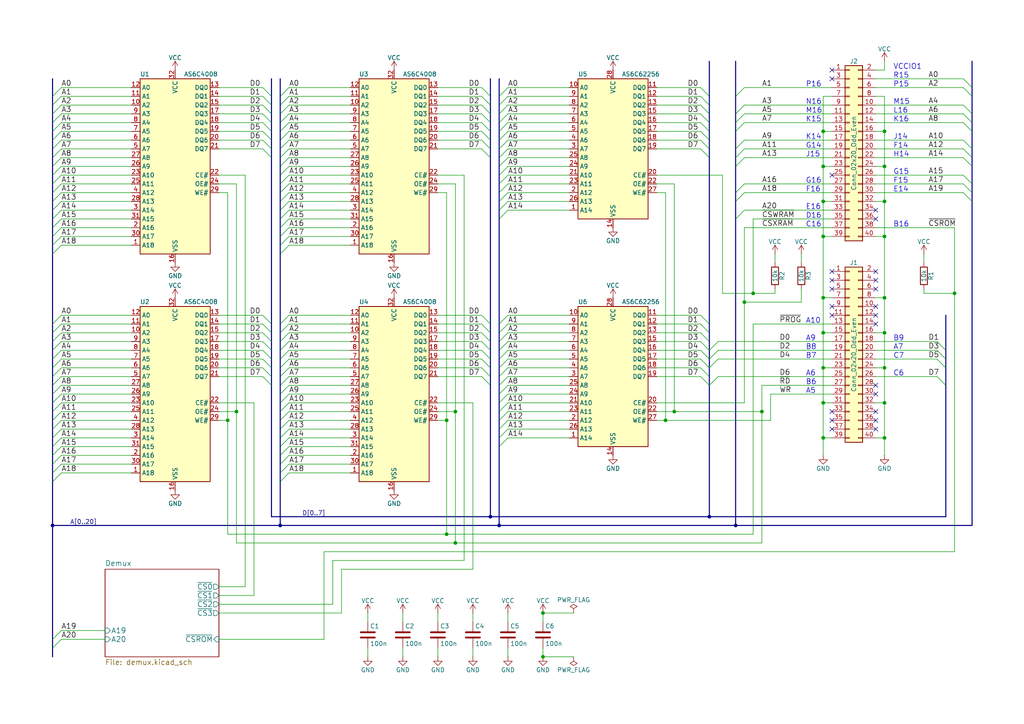
<source format=kicad_sch>
(kicad_sch (version 20231120) (generator "eeschema") (generator_version "8.0")
  (paper "A4")
  (title_block (title "Iceboy HX8K-BRK Memory Module") (date "2024-06-20") (rev "1") (company "Author: Michael Singer") (comment 1 "https://github.com/msinger/iceboy/") (comment 2 "http://iceboy.a-singer.de/"))
  (junction (at 215.9 87.63))
  (junction (at 205.74 149.86))
  (junction (at 129.54 121.92))
  (junction (at 256.54 127))
  (junction (at 193.04 121.92))
  (junction (at 238.76 127))
  (junction (at 213.36 152.4))
  (junction (at 238.76 106.68))
  (junction (at 157.48 177.8))
  (junction (at 256.54 96.52))
  (junction (at 157.48 190.5))
  (junction (at 238.76 86.36))
  (junction (at 68.58 119.38))
  (junction (at 276.86 85.09))
  (junction (at 144.78 152.4))
  (junction (at 256.54 48.26))
  (junction (at 238.76 58.42))
  (junction (at 256.54 58.42))
  (junction (at 256.54 116.84))
  (junction (at 238.76 116.84))
  (junction (at 220.98 119.38))
  (junction (at 195.58 119.38))
  (junction (at 238.76 68.58))
  (junction (at 81.28 152.4))
  (junction (at 66.04 121.92))
  (junction (at 256.54 68.58))
  (junction (at 132.08 157.48))
  (junction (at 142.24 149.86))
  (junction (at 238.76 96.52))
  (junction (at 256.54 38.1))
  (junction (at 256.54 106.68))
  (junction (at 238.76 48.26))
  (junction (at 129.54 154.94))
  (junction (at 218.44 85.09))
  (junction (at 15.24 152.4))
  (junction (at 256.54 86.36))
  (junction (at 238.76 38.1))
  (junction (at 132.08 119.38))
  (no_connect (at 241.3 119.38))
  (no_connect (at 254 119.38))
  (no_connect (at 254 93.98))
  (no_connect (at 241.3 78.74))
  (no_connect (at 254 88.9))
  (no_connect (at 254 114.3))
  (no_connect (at 254 78.74))
  (no_connect (at 241.3 88.9))
  (no_connect (at 241.3 50.8))
  (no_connect (at 254 63.5))
  (no_connect (at 254 111.76))
  (no_connect (at 241.3 124.46))
  (no_connect (at 241.3 91.44))
  (no_connect (at 241.3 81.28))
  (no_connect (at 241.3 83.82))
  (no_connect (at 254 81.28))
  (no_connect (at 241.3 20.32))
  (no_connect (at 254 83.82))
  (no_connect (at 241.3 22.86))
  (no_connect (at 254 60.96))
  (no_connect (at 254 91.44))
  (no_connect (at 254 121.92))
  (no_connect (at 254 124.46))
  (no_connect (at 241.3 121.92))
  (bus_entry (at 139.7 104.14) (size 2.54 2.54))
  (bus_entry (at 213.36 55.88) (size 2.54 -2.54))
  (bus_entry (at 144.78 35.56) (size 2.54 -2.54))
  (bus_entry (at 213.36 48.26) (size 2.54 -2.54))
  (bus_entry (at 144.78 50.8) (size 2.54 -2.54))
  (bus_entry (at 139.7 43.18) (size 2.54 2.54))
  (bus_entry (at 144.78 27.94) (size 2.54 -2.54))
  (bus_entry (at 81.28 139.7) (size 2.54 -2.54))
  (bus_entry (at 144.78 58.42) (size 2.54 -2.54))
  (bus_entry (at 15.24 45.72) (size 2.54 -2.54))
  (bus_entry (at 279.4 35.56) (size 2.54 2.54))
  (bus_entry (at 15.24 60.96) (size 2.54 -2.54))
  (bus_entry (at 81.28 101.6) (size 2.54 -2.54))
  (bus_entry (at 203.2 99.06) (size 2.54 2.54))
  (bus_entry (at 15.24 68.58) (size 2.54 -2.54))
  (bus_entry (at 279.4 43.18) (size 2.54 2.54))
  (bus_entry (at 81.28 119.38) (size 2.54 -2.54))
  (bus_entry (at 15.24 104.14) (size 2.54 -2.54))
  (bus_entry (at 144.78 93.98) (size 2.54 -2.54))
  (bus_entry (at 213.36 33.02) (size 2.54 -2.54))
  (bus_entry (at 81.28 129.54) (size 2.54 -2.54))
  (bus_entry (at 15.24 33.02) (size 2.54 -2.54))
  (bus_entry (at 144.78 124.46) (size 2.54 -2.54))
  (bus_entry (at 144.78 33.02) (size 2.54 -2.54))
  (bus_entry (at 15.24 124.46) (size 2.54 -2.54))
  (bus_entry (at 81.28 35.56) (size 2.54 -2.54))
  (bus_entry (at 15.24 187.96) (size 2.54 -2.54))
  (bus_entry (at 81.28 48.26) (size 2.54 -2.54))
  (bus_entry (at 271.78 101.6) (size 2.54 2.54))
  (bus_entry (at 271.78 109.22) (size 2.54 2.54))
  (bus_entry (at 203.2 38.1) (size 2.54 2.54))
  (bus_entry (at 139.7 106.68) (size 2.54 2.54))
  (bus_entry (at 76.2 33.02) (size 2.54 2.54))
  (bus_entry (at 15.24 114.3) (size 2.54 -2.54))
  (bus_entry (at 81.28 116.84) (size 2.54 -2.54))
  (bus_entry (at 203.2 104.14) (size 2.54 2.54))
  (bus_entry (at 81.28 45.72) (size 2.54 -2.54))
  (bus_entry (at 144.78 48.26) (size 2.54 -2.54))
  (bus_entry (at 203.2 93.98) (size 2.54 2.54))
  (bus_entry (at 81.28 106.68) (size 2.54 -2.54))
  (bus_entry (at 213.36 35.56) (size 2.54 -2.54))
  (bus_entry (at 15.24 132.08) (size 2.54 -2.54))
  (bus_entry (at 81.28 60.96) (size 2.54 -2.54))
  (bus_entry (at 279.4 40.64) (size 2.54 2.54))
  (bus_entry (at 76.2 43.18) (size 2.54 2.54))
  (bus_entry (at 76.2 40.64) (size 2.54 2.54))
  (bus_entry (at 81.28 30.48) (size 2.54 -2.54))
  (bus_entry (at 15.24 58.42) (size 2.54 -2.54))
  (bus_entry (at 144.78 55.88) (size 2.54 -2.54))
  (bus_entry (at 15.24 121.92) (size 2.54 -2.54))
  (bus_entry (at 15.24 35.56) (size 2.54 -2.54))
  (bus_entry (at 76.2 93.98) (size 2.54 2.54))
  (bus_entry (at 15.24 30.48) (size 2.54 -2.54))
  (bus_entry (at 15.24 40.64) (size 2.54 -2.54))
  (bus_entry (at 144.78 38.1) (size 2.54 -2.54))
  (bus_entry (at 144.78 101.6) (size 2.54 -2.54))
  (bus_entry (at 81.28 93.98) (size 2.54 -2.54))
  (bus_entry (at 213.36 38.1) (size 2.54 -2.54))
  (bus_entry (at 81.28 50.8) (size 2.54 -2.54))
  (bus_entry (at 15.24 96.52) (size 2.54 -2.54))
  (bus_entry (at 279.4 30.48) (size 2.54 2.54))
  (bus_entry (at 76.2 99.06) (size 2.54 2.54))
  (bus_entry (at 205.74 111.76) (size 2.54 -2.54))
  (bus_entry (at 144.78 129.54) (size 2.54 -2.54))
  (bus_entry (at 144.78 104.14) (size 2.54 -2.54))
  (bus_entry (at 15.24 111.76) (size 2.54 -2.54))
  (bus_entry (at 203.2 25.4) (size 2.54 2.54))
  (bus_entry (at 81.28 121.92) (size 2.54 -2.54))
  (bus_entry (at 81.28 38.1) (size 2.54 -2.54))
  (bus_entry (at 81.28 114.3) (size 2.54 -2.54))
  (bus_entry (at 15.24 101.6) (size 2.54 -2.54))
  (bus_entry (at 15.24 116.84) (size 2.54 -2.54))
  (bus_entry (at 15.24 129.54) (size 2.54 -2.54))
  (bus_entry (at 139.7 40.64) (size 2.54 2.54))
  (bus_entry (at 15.24 93.98) (size 2.54 -2.54))
  (bus_entry (at 81.28 63.5) (size 2.54 -2.54))
  (bus_entry (at 279.4 53.34) (size 2.54 2.54))
  (bus_entry (at 81.28 132.08) (size 2.54 -2.54))
  (bus_entry (at 76.2 38.1) (size 2.54 2.54))
  (bus_entry (at 203.2 33.02) (size 2.54 2.54))
  (bus_entry (at 81.28 40.64) (size 2.54 -2.54))
  (bus_entry (at 81.28 127) (size 2.54 -2.54))
  (bus_entry (at 203.2 101.6) (size 2.54 2.54))
  (bus_entry (at 205.74 104.14) (size 2.54 -2.54))
  (bus_entry (at 139.7 33.02) (size 2.54 2.54))
  (bus_entry (at 15.24 43.18) (size 2.54 -2.54))
  (bus_entry (at 144.78 96.52) (size 2.54 -2.54))
  (bus_entry (at 144.78 99.06) (size 2.54 -2.54))
  (bus_entry (at 76.2 106.68) (size 2.54 2.54))
  (bus_entry (at 213.36 63.5) (size 2.54 -2.54))
  (bus_entry (at 15.24 109.22) (size 2.54 -2.54))
  (bus_entry (at 279.4 55.88) (size 2.54 2.54))
  (bus_entry (at 15.24 48.26) (size 2.54 -2.54))
  (bus_entry (at 213.36 27.94) (size 2.54 -2.54))
  (bus_entry (at 203.2 35.56) (size 2.54 2.54))
  (bus_entry (at 15.24 50.8) (size 2.54 -2.54))
  (bus_entry (at 213.36 45.72) (size 2.54 -2.54))
  (bus_entry (at 205.74 101.6) (size 2.54 -2.54))
  (bus_entry (at 139.7 101.6) (size 2.54 2.54))
  (bus_entry (at 81.28 27.94) (size 2.54 -2.54))
  (bus_entry (at 81.28 124.46) (size 2.54 -2.54))
  (bus_entry (at 213.36 43.18) (size 2.54 -2.54))
  (bus_entry (at 139.7 38.1) (size 2.54 2.54))
  (bus_entry (at 144.78 121.92) (size 2.54 -2.54))
  (bus_entry (at 76.2 35.56) (size 2.54 2.54))
  (bus_entry (at 139.7 35.56) (size 2.54 2.54))
  (bus_entry (at 205.74 106.68) (size 2.54 -2.54))
  (bus_entry (at 76.2 104.14) (size 2.54 2.54))
  (bus_entry (at 139.7 109.22) (size 2.54 2.54))
  (bus_entry (at 81.28 33.02) (size 2.54 -2.54))
  (bus_entry (at 15.24 185.42) (size 2.54 -2.54))
  (bus_entry (at 203.2 106.68) (size 2.54 2.54))
  (bus_entry (at 15.24 134.62) (size 2.54 -2.54))
  (bus_entry (at 15.24 99.06) (size 2.54 -2.54))
  (bus_entry (at 144.78 111.76) (size 2.54 -2.54))
  (bus_entry (at 81.28 53.34) (size 2.54 -2.54))
  (bus_entry (at 15.24 27.94) (size 2.54 -2.54))
  (bus_entry (at 144.78 40.64) (size 2.54 -2.54))
  (bus_entry (at 144.78 45.72) (size 2.54 -2.54))
  (bus_entry (at 81.28 58.42) (size 2.54 -2.54))
  (bus_entry (at 139.7 30.48) (size 2.54 2.54))
  (bus_entry (at 144.78 106.68) (size 2.54 -2.54))
  (bus_entry (at 139.7 99.06) (size 2.54 2.54))
  (bus_entry (at 76.2 109.22) (size 2.54 2.54))
  (bus_entry (at 76.2 91.44) (size 2.54 2.54))
  (bus_entry (at 139.7 91.44) (size 2.54 2.54))
  (bus_entry (at 81.28 71.12) (size 2.54 -2.54))
  (bus_entry (at 15.24 73.66) (size 2.54 -2.54))
  (bus_entry (at 81.28 73.66) (size 2.54 -2.54))
  (bus_entry (at 279.4 50.8) (size 2.54 2.54))
  (bus_entry (at 203.2 40.64) (size 2.54 2.54))
  (bus_entry (at 144.78 114.3) (size 2.54 -2.54))
  (bus_entry (at 144.78 116.84) (size 2.54 -2.54))
  (bus_entry (at 15.24 137.16) (size 2.54 -2.54))
  (bus_entry (at 15.24 127) (size 2.54 -2.54))
  (bus_entry (at 144.78 127) (size 2.54 -2.54))
  (bus_entry (at 76.2 30.48) (size 2.54 2.54))
  (bus_entry (at 81.28 66.04) (size 2.54 -2.54))
  (bus_entry (at 81.28 96.52) (size 2.54 -2.54))
  (bus_entry (at 76.2 25.4) (size 2.54 2.54))
  (bus_entry (at 81.28 99.06) (size 2.54 -2.54))
  (bus_entry (at 81.28 55.88) (size 2.54 -2.54))
  (bus_entry (at 15.24 53.34) (size 2.54 -2.54))
  (bus_entry (at 213.36 58.42) (size 2.54 -2.54))
  (bus_entry (at 203.2 91.44) (size 2.54 2.54))
  (bus_entry (at 203.2 30.48) (size 2.54 2.54))
  (bus_entry (at 15.24 38.1) (size 2.54 -2.54))
  (bus_entry (at 15.24 106.68) (size 2.54 -2.54))
  (bus_entry (at 81.28 111.76) (size 2.54 -2.54))
  (bus_entry (at 279.4 33.02) (size 2.54 2.54))
  (bus_entry (at 144.78 119.38) (size 2.54 -2.54))
  (bus_entry (at 279.4 25.4) (size 2.54 2.54))
  (bus_entry (at 15.24 139.7) (size 2.54 -2.54))
  (bus_entry (at 203.2 43.18) (size 2.54 2.54))
  (bus_entry (at 139.7 25.4) (size 2.54 2.54))
  (bus_entry (at 15.24 66.04) (size 2.54 -2.54))
  (bus_entry (at 81.28 104.14) (size 2.54 -2.54))
  (bus_entry (at 81.28 134.62) (size 2.54 -2.54))
  (bus_entry (at 15.24 119.38) (size 2.54 -2.54))
  (bus_entry (at 81.28 68.58) (size 2.54 -2.54))
  (bus_entry (at 144.78 30.48) (size 2.54 -2.54))
  (bus_entry (at 203.2 96.52) (size 2.54 2.54))
  (bus_entry (at 203.2 109.22) (size 2.54 2.54))
  (bus_entry (at 203.2 27.94) (size 2.54 2.54))
  (bus_entry (at 144.78 53.34) (size 2.54 -2.54))
  (bus_entry (at 271.78 104.14) (size 2.54 2.54))
  (bus_entry (at 81.28 137.16) (size 2.54 -2.54))
  (bus_entry (at 15.24 63.5) (size 2.54 -2.54))
  (bus_entry (at 139.7 93.98) (size 2.54 2.54))
  (bus_entry (at 139.7 96.52) (size 2.54 2.54))
  (bus_entry (at 144.78 63.5) (size 2.54 -2.54))
  (bus_entry (at 139.7 27.94) (size 2.54 2.54))
  (bus_entry (at 279.4 22.86) (size 2.54 2.54))
  (bus_entry (at 81.28 109.22) (size 2.54 -2.54))
  (bus_entry (at 81.28 43.18) (size 2.54 -2.54))
  (bus_entry (at 76.2 27.94) (size 2.54 2.54))
  (bus_entry (at 144.78 60.96) (size 2.54 -2.54))
  (bus_entry (at 15.24 55.88) (size 2.54 -2.54))
  (bus_entry (at 15.24 71.12) (size 2.54 -2.54))
  (bus_entry (at 76.2 101.6) (size 2.54 2.54))
  (bus_entry (at 271.78 99.06) (size 2.54 2.54))
  (bus_entry (at 144.78 43.18) (size 2.54 -2.54))
  (bus_entry (at 279.4 45.72) (size 2.54 2.54))
  (bus_entry (at 76.2 96.52) (size 2.54 2.54))
  (bus_entry (at 144.78 109.22) (size 2.54 -2.54))
  (bus (pts (xy 15.24 35.56) (xy 15.24 38.1)))
  (bus (pts (xy 142.24 93.98) (xy 142.24 45.72)))
  (wire (pts (xy 215.9 40.64) (xy 241.3 40.64)))
  (wire (pts (xy 190.5 25.4) (xy 203.2 25.4)))
  (wire (pts (xy 83.82 119.38) (xy 101.6 119.38)))
  (wire (pts (xy 147.32 93.98) (xy 165.1 93.98)))
  (bus (pts (xy 81.28 106.68) (xy 81.28 109.22)))
  (wire (pts (xy 127 109.22) (xy 139.7 109.22)))
  (wire (pts (xy 147.32 43.18) (xy 165.1 43.18)))
  (wire (pts (xy 232.41 83.82) (xy 232.41 87.63)))
  (bus (pts (xy 15.24 48.26) (xy 15.24 50.8)))
  (bus (pts (xy 142.24 38.1) (xy 142.24 35.56)))
  (bus (pts (xy 205.74 104.14) (xy 205.74 101.6)))
  (wire (pts (xy 147.32 114.3) (xy 165.1 114.3)))
  (wire (pts (xy 147.32 50.8) (xy 165.1 50.8)))
  (wire (pts (xy 256.54 106.68) (xy 256.54 116.84)))
  (wire (pts (xy 17.78 53.34) (xy 38.1 53.34)))
  (wire (pts (xy 63.5 106.68) (xy 76.2 106.68)))
  (wire (pts (xy 147.32 35.56) (xy 165.1 35.56)))
  (bus (pts (xy 81.28 33.02) (xy 81.28 35.56)))
  (wire (pts (xy 190.5 33.02) (xy 203.2 33.02)))
  (wire (pts (xy 147.32 40.64) (xy 165.1 40.64)))
  (wire (pts (xy 63.5 27.94) (xy 76.2 27.94)))
  (wire (pts (xy 190.5 109.22) (xy 203.2 109.22)))
  (wire (pts (xy 232.41 87.63) (xy 215.9 87.63)))
  (bus (pts (xy 15.24 96.52) (xy 15.24 99.06)))
  (bus (pts (xy 144.78 119.38) (xy 144.78 121.92)))
  (bus (pts (xy 15.24 93.98) (xy 15.24 96.52)))
  (bus (pts (xy 15.24 73.66) (xy 15.24 93.98)))
  (bus (pts (xy 78.74 109.22) (xy 78.74 111.76)))
  (bus (pts (xy 15.24 185.42) (xy 15.24 187.96)))
  (bus (pts (xy 15.24 106.68) (xy 15.24 109.22)))
  (wire (pts (xy 215.9 87.63) (xy 215.9 66.04)))
  (wire (pts (xy 17.78 40.64) (xy 38.1 40.64)))
  (bus (pts (xy 81.28 22.86) (xy 81.28 27.94)))
  (wire (pts (xy 147.32 101.6) (xy 165.1 101.6)))
  (bus (pts (xy 81.28 134.62) (xy 81.28 137.16)))
  (bus (pts (xy 15.24 60.96) (xy 15.24 63.5)))
  (wire (pts (xy 254 109.22) (xy 271.78 109.22)))
  (bus (pts (xy 142.24 33.02) (xy 142.24 30.48)))
  (wire (pts (xy 215.9 30.48) (xy 241.3 30.48)))
  (wire (pts (xy 254 22.86) (xy 279.4 22.86)))
  (wire (pts (xy 17.78 91.44) (xy 38.1 91.44)))
  (bus (pts (xy 213.36 17.78) (xy 213.36 27.94)))
  (wire (pts (xy 276.86 85.09) (xy 276.86 66.04)))
  (wire (pts (xy 147.32 96.52) (xy 165.1 96.52)))
  (wire (pts (xy 63.5 119.38) (xy 68.58 119.38)))
  (wire (pts (xy 99.06 177.8) (xy 99.06 165.1)))
  (wire (pts (xy 190.5 53.34) (xy 195.58 53.34)))
  (bus (pts (xy 78.74 101.6) (xy 78.74 104.14)))
  (bus (pts (xy 81.28 66.04) (xy 81.28 68.58)))
  (wire (pts (xy 147.32 60.96) (xy 165.1 60.96)))
  (bus (pts (xy 205.74 43.18) (xy 205.74 40.64)))
  (wire (pts (xy 254 25.4) (xy 279.4 25.4)))
  (wire (pts (xy 63.5 91.44) (xy 76.2 91.44)))
  (wire (pts (xy 66.04 55.88) (xy 66.04 121.92)))
  (wire (pts (xy 190.5 30.48) (xy 203.2 30.48)))
  (bus (pts (xy 144.78 48.26) (xy 144.78 50.8)))
  (wire (pts (xy 73.66 172.72) (xy 73.66 116.84)))
  (wire (pts (xy 83.82 109.22) (xy 101.6 109.22)))
  (wire (pts (xy 83.82 91.44) (xy 101.6 91.44)))
  (wire (pts (xy 17.78 63.5) (xy 38.1 63.5)))
  (bus (pts (xy 15.24 116.84) (xy 15.24 119.38)))
  (wire (pts (xy 63.5 35.56) (xy 76.2 35.56)))
  (wire (pts (xy 241.3 101.6) (xy 208.28 101.6)))
  (wire (pts (xy 83.82 48.26) (xy 101.6 48.26)))
  (wire (pts (xy 190.5 50.8) (xy 209.55 50.8)))
  (wire (pts (xy 17.78 48.26) (xy 38.1 48.26)))
  (wire (pts (xy 66.04 154.94) (xy 66.04 121.92)))
  (wire (pts (xy 157.48 190.5) (xy 166.37 190.5)))
  (wire (pts (xy 256.54 20.32) (xy 256.54 17.78)))
  (wire (pts (xy 127 50.8) (xy 134.62 50.8)))
  (wire (pts (xy 17.78 25.4) (xy 38.1 25.4)))
  (wire (pts (xy 147.32 124.46) (xy 165.1 124.46)))
  (wire (pts (xy 254 43.18) (xy 279.4 43.18)))
  (bus (pts (xy 78.74 104.14) (xy 78.74 106.68)))
  (bus (pts (xy 205.74 111.76) (xy 205.74 109.22)))
  (bus (pts (xy 81.28 124.46) (xy 81.28 127)))
  (wire (pts (xy 83.82 60.96) (xy 101.6 60.96)))
  (wire (pts (xy 218.44 93.98) (xy 241.3 93.98)))
  (wire (pts (xy 238.76 68.58) (xy 238.76 86.36)))
  (wire (pts (xy 83.82 53.34) (xy 101.6 53.34)))
  (wire (pts (xy 254 45.72) (xy 279.4 45.72)))
  (wire (pts (xy 254 35.56) (xy 279.4 35.56)))
  (bus (pts (xy 81.28 121.92) (xy 81.28 124.46)))
  (bus (pts (xy 205.74 27.94) (xy 205.74 17.78)))
  (wire (pts (xy 256.54 58.42) (xy 256.54 68.58)))
  (bus (pts (xy 142.24 35.56) (xy 142.24 33.02)))
  (wire (pts (xy 147.32 38.1) (xy 165.1 38.1)))
  (bus (pts (xy 144.78 43.18) (xy 144.78 45.72)))
  (wire (pts (xy 254 38.1) (xy 256.54 38.1)))
  (wire (pts (xy 215.9 116.84) (xy 215.9 87.63)))
  (wire (pts (xy 147.32 99.06) (xy 165.1 99.06)))
  (wire (pts (xy 147.32 109.22) (xy 165.1 109.22)))
  (wire (pts (xy 83.82 33.02) (xy 101.6 33.02)))
  (wire (pts (xy 254 48.26) (xy 256.54 48.26)))
  (wire (pts (xy 132.08 119.38) (xy 127 119.38)))
  (wire (pts (xy 254 68.58) (xy 256.54 68.58)))
  (bus (pts (xy 144.78 109.22) (xy 144.78 111.76)))
  (bus (pts (xy 15.24 22.86) (xy 15.24 27.94)))
  (wire (pts (xy 238.76 48.26) (xy 238.76 58.42)))
  (bus (pts (xy 144.78 33.02) (xy 144.78 35.56)))
  (wire (pts (xy 63.5 43.18) (xy 76.2 43.18)))
  (wire (pts (xy 256.54 86.36) (xy 256.54 96.52)))
  (wire (pts (xy 256.54 27.94) (xy 256.54 38.1)))
  (wire (pts (xy 215.9 53.34) (xy 241.3 53.34)))
  (wire (pts (xy 129.54 121.92) (xy 129.54 154.94)))
  (bus (pts (xy 205.74 149.86) (xy 205.74 111.76)))
  (wire (pts (xy 71.12 50.8) (xy 63.5 50.8)))
  (bus (pts (xy 213.36 33.02) (xy 213.36 35.56)))
  (bus (pts (xy 144.78 27.94) (xy 144.78 30.48)))
  (wire (pts (xy 63.5 96.52) (xy 76.2 96.52)))
  (wire (pts (xy 190.5 27.94) (xy 203.2 27.94)))
  (wire (pts (xy 68.58 53.34) (xy 63.5 53.34)))
  (wire (pts (xy 83.82 111.76) (xy 101.6 111.76)))
  (wire (pts (xy 215.9 60.96) (xy 241.3 60.96)))
  (wire (pts (xy 238.76 127) (xy 241.3 127)))
  (bus (pts (xy 78.74 111.76) (xy 78.74 149.86)))
  (bus (pts (xy 81.28 63.5) (xy 81.28 66.04)))
  (wire (pts (xy 238.76 58.42) (xy 241.3 58.42)))
  (wire (pts (xy 276.86 66.04) (xy 254 66.04)))
  (wire (pts (xy 129.54 121.92) (xy 127 121.92)))
  (wire (pts (xy 71.12 170.18) (xy 71.12 50.8)))
  (bus (pts (xy 205.74 38.1) (xy 205.74 35.56)))
  (wire (pts (xy 238.76 68.58) (xy 241.3 68.58)))
  (bus (pts (xy 213.36 63.5) (xy 213.36 152.4)))
  (bus (pts (xy 281.94 48.26) (xy 281.94 45.72)))
  (bus (pts (xy 281.94 27.94) (xy 281.94 25.4)))
  (wire (pts (xy 127 104.14) (xy 139.7 104.14)))
  (wire (pts (xy 83.82 114.3) (xy 101.6 114.3)))
  (bus (pts (xy 15.24 139.7) (xy 15.24 152.4)))
  (wire (pts (xy 83.82 66.04) (xy 101.6 66.04)))
  (wire (pts (xy 238.76 48.26) (xy 241.3 48.26)))
  (wire (pts (xy 147.32 104.14) (xy 165.1 104.14)))
  (wire (pts (xy 127 96.52) (xy 139.7 96.52)))
  (bus (pts (xy 281.94 45.72) (xy 281.94 43.18)))
  (wire (pts (xy 267.97 85.09) (xy 276.86 85.09)))
  (wire (pts (xy 127 177.8) (xy 127 180.34)))
  (wire (pts (xy 17.78 106.68) (xy 38.1 106.68)))
  (wire (pts (xy 147.32 33.02) (xy 165.1 33.02)))
  (wire (pts (xy 190.5 91.44) (xy 203.2 91.44)))
  (bus (pts (xy 81.28 127) (xy 81.28 129.54)))
  (bus (pts (xy 81.28 53.34) (xy 81.28 55.88)))
  (wire (pts (xy 147.32 111.76) (xy 165.1 111.76)))
  (wire (pts (xy 238.76 116.84) (xy 241.3 116.84)))
  (wire (pts (xy 238.76 38.1) (xy 238.76 48.26)))
  (bus (pts (xy 15.24 38.1) (xy 15.24 40.64)))
  (bus (pts (xy 81.28 132.08) (xy 81.28 134.62)))
  (wire (pts (xy 190.5 104.14) (xy 203.2 104.14)))
  (wire (pts (xy 267.97 85.09) (xy 267.97 83.82)))
  (bus (pts (xy 281.94 25.4) (xy 281.94 17.78)))
  (wire (pts (xy 147.32 53.34) (xy 165.1 53.34)))
  (wire (pts (xy 17.78 111.76) (xy 38.1 111.76)))
  (bus (pts (xy 78.74 22.86) (xy 78.74 27.94)))
  (bus (pts (xy 144.78 104.14) (xy 144.78 106.68)))
  (wire (pts (xy 96.52 162.56) (xy 96.52 175.26)))
  (bus (pts (xy 144.78 55.88) (xy 144.78 58.42)))
  (wire (pts (xy 193.04 55.88) (xy 193.04 121.92)))
  (wire (pts (xy 83.82 137.16) (xy 101.6 137.16)))
  (wire (pts (xy 190.5 121.92) (xy 193.04 121.92)))
  (wire (pts (xy 83.82 63.5) (xy 101.6 63.5)))
  (wire (pts (xy 157.48 180.34) (xy 157.48 177.8)))
  (wire (pts (xy 17.78 129.54) (xy 38.1 129.54)))
  (bus (pts (xy 15.24 104.14) (xy 15.24 106.68)))
  (wire (pts (xy 127 55.88) (xy 129.54 55.88)))
  (bus (pts (xy 213.36 45.72) (xy 213.36 48.26)))
  (bus (pts (xy 205.74 40.64) (xy 205.74 38.1)))
  (wire (pts (xy 83.82 116.84) (xy 101.6 116.84)))
  (wire (pts (xy 83.82 121.92) (xy 101.6 121.92)))
  (wire (pts (xy 147.32 45.72) (xy 165.1 45.72)))
  (wire (pts (xy 254 30.48) (xy 279.4 30.48)))
  (bus (pts (xy 144.78 129.54) (xy 144.78 152.4)))
  (wire (pts (xy 83.82 55.88) (xy 101.6 55.88)))
  (bus (pts (xy 144.78 50.8) (xy 144.78 53.34)))
  (wire (pts (xy 132.08 119.38) (xy 132.08 157.48)))
  (wire (pts (xy 17.78 35.56) (xy 38.1 35.56)))
  (bus (pts (xy 81.28 104.14) (xy 81.28 106.68)))
  (wire (pts (xy 63.5 25.4) (xy 76.2 25.4)))
  (wire (pts (xy 83.82 93.98) (xy 101.6 93.98)))
  (wire (pts (xy 83.82 99.06) (xy 101.6 99.06)))
  (wire (pts (xy 63.5 177.8) (xy 99.06 177.8)))
  (wire (pts (xy 17.78 93.98) (xy 38.1 93.98)))
  (bus (pts (xy 205.74 33.02) (xy 205.74 30.48)))
  (bus (pts (xy 144.78 38.1) (xy 144.78 40.64)))
  (wire (pts (xy 137.16 116.84) (xy 137.16 165.1)))
  (wire (pts (xy 83.82 101.6) (xy 101.6 101.6)))
  (bus (pts (xy 81.28 101.6) (xy 81.28 104.14)))
  (bus (pts (xy 213.36 152.4) (xy 281.94 152.4)))
  (bus (pts (xy 15.24 132.08) (xy 15.24 134.62)))
  (wire (pts (xy 147.32 55.88) (xy 165.1 55.88)))
  (bus (pts (xy 213.36 48.26) (xy 213.36 55.88)))
  (wire (pts (xy 17.78 68.58) (xy 38.1 68.58)))
  (bus (pts (xy 78.74 45.72) (xy 78.74 93.98)))
  (bus (pts (xy 205.74 109.22) (xy 205.74 106.68)))
  (wire (pts (xy 17.78 50.8) (xy 38.1 50.8)))
  (wire (pts (xy 256.54 38.1) (xy 256.54 48.26)))
  (wire (pts (xy 83.82 124.46) (xy 101.6 124.46)))
  (bus (pts (xy 78.74 27.94) (xy 78.74 30.48)))
  (wire (pts (xy 224.79 83.82) (xy 224.79 85.09)))
  (wire (pts (xy 238.76 106.68) (xy 241.3 106.68)))
  (bus (pts (xy 15.24 129.54) (xy 15.24 132.08)))
  (wire (pts (xy 127 43.18) (xy 139.7 43.18)))
  (wire (pts (xy 220.98 119.38) (xy 220.98 111.76)))
  (bus (pts (xy 15.24 53.34) (xy 15.24 55.88)))
  (bus (pts (xy 15.24 55.88) (xy 15.24 58.42)))
  (wire (pts (xy 215.9 43.18) (xy 241.3 43.18)))
  (bus (pts (xy 15.24 114.3) (xy 15.24 116.84)))
  (wire (pts (xy 238.76 127) (xy 238.76 132.08)))
  (bus (pts (xy 15.24 101.6) (xy 15.24 104.14)))
  (wire (pts (xy 267.97 73.66) (xy 267.97 76.2)))
  (wire (pts (xy 241.3 104.14) (xy 208.28 104.14)))
  (wire (pts (xy 63.5 33.02) (xy 76.2 33.02)))
  (wire (pts (xy 238.76 116.84) (xy 238.76 127)))
  (wire (pts (xy 17.78 182.88) (xy 30.48 182.88)))
  (wire (pts (xy 129.54 55.88) (xy 129.54 121.92)))
  (wire (pts (xy 195.58 53.34) (xy 195.58 119.38)))
  (bus (pts (xy 81.28 114.3) (xy 81.28 116.84)))
  (bus (pts (xy 142.24 27.94) (xy 142.24 22.86)))
  (wire (pts (xy 190.5 55.88) (xy 193.04 55.88)))
  (wire (pts (xy 127 27.94) (xy 139.7 27.94)))
  (wire (pts (xy 254 40.64) (xy 279.4 40.64)))
  (wire (pts (xy 254 106.68) (xy 256.54 106.68)))
  (bus (pts (xy 78.74 99.06) (xy 78.74 101.6)))
  (wire (pts (xy 132.08 53.34) (xy 132.08 119.38)))
  (bus (pts (xy 205.74 106.68) (xy 205.74 104.14)))
  (wire (pts (xy 254 33.02) (xy 279.4 33.02)))
  (wire (pts (xy 254 116.84) (xy 256.54 116.84)))
  (wire (pts (xy 147.32 58.42) (xy 165.1 58.42)))
  (bus (pts (xy 81.28 116.84) (xy 81.28 119.38)))
  (wire (pts (xy 17.78 38.1) (xy 38.1 38.1)))
  (wire (pts (xy 190.5 106.68) (xy 203.2 106.68)))
  (wire (pts (xy 17.78 121.92) (xy 38.1 121.92)))
  (wire (pts (xy 83.82 35.56) (xy 101.6 35.56)))
  (wire (pts (xy 254 96.52) (xy 256.54 96.52)))
  (bus (pts (xy 15.24 111.76) (xy 15.24 114.3)))
  (bus (pts (xy 144.78 121.92) (xy 144.78 124.46)))
  (bus (pts (xy 15.24 121.92) (xy 15.24 124.46)))
  (bus (pts (xy 281.94 35.56) (xy 281.94 33.02)))
  (wire (pts (xy 190.5 38.1) (xy 203.2 38.1)))
  (wire (pts (xy 63.5 55.88) (xy 66.04 55.88)))
  (bus (pts (xy 144.78 40.64) (xy 144.78 43.18)))
  (wire (pts (xy 17.78 55.88) (xy 38.1 55.88)))
  (bus (pts (xy 274.32 111.76) (xy 274.32 106.68)))
  (wire (pts (xy 93.98 160.02) (xy 276.86 160.02)))
  (wire (pts (xy 127 30.48) (xy 139.7 30.48)))
  (wire (pts (xy 147.32 190.5) (xy 147.32 187.96)))
  (wire (pts (xy 17.78 132.08) (xy 38.1 132.08)))
  (wire (pts (xy 147.32 121.92) (xy 165.1 121.92)))
  (bus (pts (xy 81.28 43.18) (xy 81.28 45.72)))
  (bus (pts (xy 78.74 149.86) (xy 142.24 149.86)))
  (bus (pts (xy 81.28 45.72) (xy 81.28 48.26)))
  (wire (pts (xy 147.32 119.38) (xy 165.1 119.38)))
  (wire (pts (xy 190.5 119.38) (xy 195.58 119.38)))
  (wire (pts (xy 254 55.88) (xy 279.4 55.88)))
  (wire (pts (xy 17.78 71.12) (xy 38.1 71.12)))
  (wire (pts (xy 63.5 99.06) (xy 76.2 99.06)))
  (wire (pts (xy 238.76 58.42) (xy 238.76 68.58)))
  (bus (pts (xy 281.94 55.88) (xy 281.94 53.34)))
  (wire (pts (xy 215.9 55.88) (xy 241.3 55.88)))
  (wire (pts (xy 147.32 177.8) (xy 147.32 180.34)))
  (bus (pts (xy 15.24 43.18) (xy 15.24 45.72)))
  (bus (pts (xy 15.24 134.62) (xy 15.24 137.16)))
  (wire (pts (xy 63.5 93.98) (xy 76.2 93.98)))
  (bus (pts (xy 205.74 99.06) (xy 205.74 96.52)))
  (wire (pts (xy 223.52 121.92) (xy 223.52 114.3)))
  (wire (pts (xy 106.68 177.8) (xy 106.68 180.34)))
  (wire (pts (xy 17.78 124.46) (xy 38.1 124.46)))
  (wire (pts (xy 238.76 27.94) (xy 238.76 38.1)))
  (bus (pts (xy 144.78 60.96) (xy 144.78 63.5)))
  (bus (pts (xy 274.32 106.68) (xy 274.32 104.14)))
  (wire (pts (xy 215.9 35.56) (xy 241.3 35.56)))
  (bus (pts (xy 15.24 66.04) (xy 15.24 68.58)))
  (bus (pts (xy 213.36 58.42) (xy 213.36 63.5)))
  (wire (pts (xy 276.86 85.09) (xy 276.86 160.02)))
  (wire (pts (xy 254 53.34) (xy 279.4 53.34)))
  (bus (pts (xy 144.78 106.68) (xy 144.78 109.22)))
  (bus (pts (xy 142.24 43.18) (xy 142.24 40.64)))
  (bus (pts (xy 78.74 35.56) (xy 78.74 38.1)))
  (wire (pts (xy 223.52 114.3) (xy 241.3 114.3)))
  (bus (pts (xy 142.24 45.72) (xy 142.24 43.18)))
  (bus (pts (xy 15.24 109.22) (xy 15.24 111.76)))
  (bus (pts (xy 15.24 137.16) (xy 15.24 139.7)))
  (wire (pts (xy 17.78 101.6) (xy 38.1 101.6)))
  (bus (pts (xy 81.28 30.48) (xy 81.28 33.02)))
  (wire (pts (xy 224.79 76.2) (xy 224.79 73.66)))
  (wire (pts (xy 241.3 99.06) (xy 208.28 99.06)))
  (wire (pts (xy 256.54 96.52) (xy 256.54 106.68)))
  (bus (pts (xy 81.28 152.4) (xy 144.78 152.4)))
  (bus (pts (xy 144.78 22.86) (xy 144.78 27.94)))
  (bus (pts (xy 81.28 111.76) (xy 81.28 114.3)))
  (bus (pts (xy 78.74 38.1) (xy 78.74 40.64)))
  (wire (pts (xy 254 20.32) (xy 256.54 20.32)))
  (wire (pts (xy 83.82 132.08) (xy 101.6 132.08)))
  (bus (pts (xy 78.74 43.18) (xy 78.74 45.72)))
  (bus (pts (xy 142.24 111.76) (xy 142.24 109.22)))
  (wire (pts (xy 215.9 45.72) (xy 241.3 45.72)))
  (wire (pts (xy 220.98 111.76) (xy 241.3 111.76)))
  (wire (pts (xy 190.5 40.64) (xy 203.2 40.64)))
  (wire (pts (xy 17.78 60.96) (xy 38.1 60.96)))
  (wire (pts (xy 190.5 116.84) (xy 215.9 116.84)))
  (wire (pts (xy 241.3 109.22) (xy 208.28 109.22)))
  (bus (pts (xy 81.28 40.64) (xy 81.28 43.18)))
  (wire (pts (xy 17.78 58.42) (xy 38.1 58.42)))
  (wire (pts (xy 238.76 106.68) (xy 238.76 116.84)))
  (wire (pts (xy 83.82 38.1) (xy 101.6 38.1)))
  (bus (pts (xy 81.28 137.16) (xy 81.28 139.7)))
  (wire (pts (xy 241.3 96.52) (xy 238.76 96.52)))
  (wire (pts (xy 254 127) (xy 256.54 127)))
  (wire (pts (xy 254 86.36) (xy 256.54 86.36)))
  (bus (pts (xy 281.94 43.18) (xy 281.94 38.1)))
  (bus (pts (xy 78.74 33.02) (xy 78.74 35.56)))
  (bus (pts (xy 15.24 127) (xy 15.24 129.54)))
  (wire (pts (xy 218.44 63.5) (xy 241.3 63.5)))
  (bus (pts (xy 15.24 99.06) (xy 15.24 101.6)))
  (bus (pts (xy 15.24 63.5) (xy 15.24 66.04)))
  (wire (pts (xy 218.44 63.5) (xy 218.44 85.09)))
  (wire (pts (xy 127 53.34) (xy 132.08 53.34)))
  (wire (pts (xy 83.82 134.62) (xy 101.6 134.62)))
  (wire (pts (xy 106.68 190.5) (xy 106.68 187.96)))
  (bus (pts (xy 144.78 152.4) (xy 213.36 152.4)))
  (bus (pts (xy 144.78 63.5) (xy 144.78 93.98)))
  (bus (pts (xy 81.28 139.7) (xy 81.28 152.4)))
  (wire (pts (xy 218.44 154.94) (xy 218.44 93.98)))
  (bus (pts (xy 81.28 50.8) (xy 81.28 53.34)))
  (wire (pts (xy 83.82 30.48) (xy 101.6 30.48)))
  (wire (pts (xy 256.54 68.58) (xy 256.54 86.36)))
  (bus (pts (xy 81.28 129.54) (xy 81.28 132.08)))
  (bus (pts (xy 81.28 71.12) (xy 81.28 73.66)))
  (wire (pts (xy 147.32 91.44) (xy 165.1 91.44)))
  (wire (pts (xy 17.78 43.18) (xy 38.1 43.18)))
  (wire (pts (xy 83.82 58.42) (xy 101.6 58.42)))
  (wire (pts (xy 17.78 99.06) (xy 38.1 99.06)))
  (bus (pts (xy 142.24 96.52) (xy 142.24 93.98)))
  (bus (pts (xy 144.78 53.34) (xy 144.78 55.88)))
  (wire (pts (xy 215.9 66.04) (xy 241.3 66.04)))
  (bus (pts (xy 81.28 119.38) (xy 81.28 121.92)))
  (bus (pts (xy 15.24 50.8) (xy 15.24 53.34)))
  (wire (pts (xy 17.78 119.38) (xy 38.1 119.38)))
  (bus (pts (xy 281.94 58.42) (xy 281.94 55.88)))
  (bus (pts (xy 213.36 38.1) (xy 213.36 43.18)))
  (bus (pts (xy 15.24 33.02) (xy 15.24 35.56)))
  (wire (pts (xy 99.06 165.1) (xy 137.16 165.1)))
  (wire (pts (xy 190.5 96.52) (xy 203.2 96.52)))
  (bus (pts (xy 144.78 101.6) (xy 144.78 104.14)))
  (bus (pts (xy 78.74 106.68) (xy 78.74 109.22)))
  (wire (pts (xy 17.78 127) (xy 38.1 127)))
  (wire (pts (xy 17.78 45.72) (xy 38.1 45.72)))
  (bus (pts (xy 81.28 58.42) (xy 81.28 60.96)))
  (wire (pts (xy 134.62 50.8) (xy 134.62 162.56)))
  (bus (pts (xy 144.78 127) (xy 144.78 129.54)))
  (wire (pts (xy 190.5 93.98) (xy 203.2 93.98)))
  (wire (pts (xy 63.5 185.42) (xy 93.98 185.42)))
  (wire (pts (xy 83.82 27.94) (xy 101.6 27.94)))
  (wire (pts (xy 83.82 43.18) (xy 101.6 43.18)))
  (bus (pts (xy 281.94 53.34) (xy 281.94 48.26)))
  (bus (pts (xy 144.78 124.46) (xy 144.78 127)))
  (wire (pts (xy 256.54 48.26) (xy 256.54 58.42)))
  (wire (pts (xy 63.5 109.22) (xy 76.2 109.22)))
  (wire (pts (xy 190.5 43.18) (xy 203.2 43.18)))
  (wire (pts (xy 127 25.4) (xy 139.7 25.4)))
  (bus (pts (xy 144.78 45.72) (xy 144.78 48.26)))
  (bus (pts (xy 15.24 45.72) (xy 15.24 48.26)))
  (wire (pts (xy 83.82 106.68) (xy 101.6 106.68)))
  (wire (pts (xy 127 116.84) (xy 137.16 116.84)))
  (wire (pts (xy 127 91.44) (xy 139.7 91.44)))
  (wire (pts (xy 238.76 38.1) (xy 241.3 38.1)))
  (wire (pts (xy 93.98 160.02) (xy 93.98 185.42)))
  (wire (pts (xy 193.04 121.92) (xy 223.52 121.92)))
  (wire (pts (xy 63.5 170.18) (xy 71.12 170.18)))
  (wire (pts (xy 96.52 175.26) (xy 63.5 175.26)))
  (wire (pts (xy 83.82 127) (xy 101.6 127)))
  (bus (pts (xy 274.32 149.86) (xy 274.32 111.76)))
  (wire (pts (xy 63.5 172.72) (xy 73.66 172.72)))
  (bus (pts (xy 144.78 114.3) (xy 144.78 116.84)))
  (bus (pts (xy 81.28 96.52) (xy 81.28 99.06)))
  (bus (pts (xy 15.24 71.12) (xy 15.24 73.66)))
  (wire (pts (xy 157.48 187.96) (xy 157.48 190.5)))
  (wire (pts (xy 147.32 48.26) (xy 165.1 48.26)))
  (bus (pts (xy 142.24 104.14) (xy 142.24 101.6)))
  (wire (pts (xy 17.78 109.22) (xy 38.1 109.22)))
  (wire (pts (xy 83.82 40.64) (xy 101.6 40.64)))
  (wire (pts (xy 209.55 50.8) (xy 209.55 85.09)))
  (bus (pts (xy 142.24 101.6) (xy 142.24 99.06)))
  (bus (pts (xy 81.28 93.98) (xy 81.28 96.52)))
  (bus (pts (xy 15.24 119.38) (xy 15.24 121.92)))
  (wire (pts (xy 17.78 27.94) (xy 38.1 27.94)))
  (wire (pts (xy 83.82 71.12) (xy 101.6 71.12)))
  (wire (pts (xy 116.84 187.96) (xy 116.84 190.5)))
  (wire (pts (xy 147.32 116.84) (xy 165.1 116.84)))
  (wire (pts (xy 157.48 177.8) (xy 166.37 177.8)))
  (bus (pts (xy 81.28 109.22) (xy 81.28 111.76)))
  (wire (pts (xy 147.32 30.48) (xy 165.1 30.48)))
  (bus (pts (xy 205.74 96.52) (xy 205.74 93.98)))
  (bus (pts (xy 142.24 99.06) (xy 142.24 96.52)))
  (wire (pts (xy 256.54 127) (xy 256.54 132.08)))
  (bus (pts (xy 213.36 35.56) (xy 213.36 38.1)))
  (wire (pts (xy 127 101.6) (xy 139.7 101.6)))
  (bus (pts (xy 81.28 48.26) (xy 81.28 50.8)))
  (wire (pts (xy 83.82 68.58) (xy 101.6 68.58)))
  (bus (pts (xy 142.24 40.64) (xy 142.24 38.1)))
  (bus (pts (xy 281.94 33.02) (xy 281.94 27.94)))
  (bus (pts (xy 144.78 35.56) (xy 144.78 38.1)))
  (wire (pts (xy 129.54 154.94) (xy 218.44 154.94)))
  (bus (pts (xy 81.28 55.88) (xy 81.28 58.42)))
  (bus (pts (xy 205.74 35.56) (xy 205.74 33.02)))
  (bus (pts (xy 281.94 38.1) (xy 281.94 35.56)))
  (wire (pts (xy 83.82 45.72) (xy 101.6 45.72)))
  (wire (pts (xy 220.98 157.48) (xy 220.98 119.38)))
  (bus (pts (xy 281.94 152.4) (xy 281.94 58.42)))
  (bus (pts (xy 205.74 45.72) (xy 205.74 43.18)))
  (wire (pts (xy 238.76 96.52) (xy 238.76 106.68)))
  (wire (pts (xy 17.78 33.02) (xy 38.1 33.02)))
  (wire (pts (xy 127 93.98) (xy 139.7 93.98)))
  (wire (pts (xy 209.55 85.09) (xy 218.44 85.09)))
  (wire (pts (xy 68.58 157.48) (xy 132.08 157.48)))
  (wire (pts (xy 17.78 137.16) (xy 38.1 137.16)))
  (bus (pts (xy 142.24 106.68) (xy 142.24 104.14)))
  (wire (pts (xy 17.78 134.62) (xy 38.1 134.62)))
  (wire (pts (xy 190.5 99.06) (xy 203.2 99.06)))
  (bus (pts (xy 81.28 73.66) (xy 81.28 93.98)))
  (bus (pts (xy 81.28 60.96) (xy 81.28 63.5)))
  (wire (pts (xy 116.84 180.34) (xy 116.84 177.8)))
  (wire (pts (xy 17.78 185.42) (xy 30.48 185.42)))
  (wire (pts (xy 127 99.06) (xy 139.7 99.06)))
  (wire (pts (xy 63.5 40.64) (xy 76.2 40.64)))
  (bus (pts (xy 81.28 38.1) (xy 81.28 40.64)))
  (wire (pts (xy 238.76 86.36) (xy 238.76 96.52)))
  (wire (pts (xy 83.82 25.4) (xy 101.6 25.4)))
  (bus (pts (xy 78.74 40.64) (xy 78.74 43.18)))
  (wire (pts (xy 66.04 121.92) (xy 63.5 121.92)))
  (wire (pts (xy 254 99.06) (xy 271.78 99.06)))
  (wire (pts (xy 17.78 116.84) (xy 38.1 116.84)))
  (wire (pts (xy 241.3 27.94) (xy 238.76 27.94)))
  (bus (pts (xy 81.28 27.94) (xy 81.28 30.48)))
  (wire (pts (xy 232.41 76.2) (xy 232.41 73.66)))
  (wire (pts (xy 17.78 104.14) (xy 38.1 104.14)))
  (bus (pts (xy 15.24 58.42) (xy 15.24 60.96)))
  (wire (pts (xy 68.58 119.38) (xy 68.58 53.34)))
  (bus (pts (xy 213.36 55.88) (xy 213.36 58.42)))
  (wire (pts (xy 137.16 180.34) (xy 137.16 177.8)))
  (wire (pts (xy 254 101.6) (xy 271.78 101.6)))
  (wire (pts (xy 73.66 116.84) (xy 63.5 116.84)))
  (bus (pts (xy 78.74 96.52) (xy 78.74 99.06)))
  (wire (pts (xy 137.16 187.96) (xy 137.16 190.5)))
  (wire (pts (xy 190.5 35.56) (xy 203.2 35.56)))
  (bus (pts (xy 142.24 149.86) (xy 205.74 149.86)))
  (wire (pts (xy 195.58 119.38) (xy 220.98 119.38)))
  (bus (pts (xy 274.32 101.6) (xy 274.32 91.44)))
  (bus (pts (xy 205.74 149.86) (xy 274.32 149.86)))
  (bus (pts (xy 15.24 40.64) (xy 15.24 43.18)))
  (bus (pts (xy 15.24 152.4) (xy 81.28 152.4)))
  (bus (pts (xy 274.32 104.14) (xy 274.32 101.6)))
  (bus (pts (xy 144.78 30.48) (xy 144.78 33.02)))
  (bus (pts (xy 78.74 93.98) (xy 78.74 96.52)))
  (wire (pts (xy 147.32 25.4) (xy 165.1 25.4)))
  (bus (pts (xy 81.28 35.56) (xy 81.28 38.1)))
  (wire (pts (xy 17.78 30.48) (xy 38.1 30.48)))
  (wire (pts (xy 96.52 162.56) (xy 134.62 162.56)))
  (wire (pts (xy 215.9 33.02) (xy 241.3 33.02)))
  (bus (pts (xy 78.74 30.48) (xy 78.74 33.02)))
  (bus (pts (xy 144.78 58.42) (xy 144.78 60.96)))
  (wire (pts (xy 224.79 85.09) (xy 218.44 85.09)))
  (bus (pts (xy 81.28 68.58) (xy 81.28 71.12)))
  (wire (pts (xy 66.04 154.94) (xy 129.54 154.94)))
  (wire (pts (xy 17.78 66.04) (xy 38.1 66.04)))
  (bus (pts (xy 15.24 27.94) (xy 15.24 30.48)))
  (bus (pts (xy 15.24 124.46) (xy 15.24 127)))
  (bus (pts (xy 144.78 93.98) (xy 144.78 96.52)))
  (bus (pts (xy 142.24 149.86) (xy 142.24 111.76)))
  (wire (pts (xy 147.32 27.94) (xy 165.1 27.94)))
  (bus (pts (xy 142.24 109.22) (xy 142.24 106.68)))
  (wire (pts (xy 83.82 96.52) (xy 101.6 96.52)))
  (wire (pts (xy 147.32 106.68) (xy 165.1 106.68)))
  (bus (pts (xy 15.24 68.58) (xy 15.24 71.12)))
  (wire (pts (xy 238.76 86.36) (xy 241.3 86.36)))
  (wire (pts (xy 68.58 119.38) (xy 68.58 157.48)))
  (wire (pts (xy 127 40.64) (xy 139.7 40.64)))
  (wire (pts (xy 63.5 30.48) (xy 76.2 30.48)))
  (bus (pts (xy 15.24 30.48) (xy 15.24 33.02)))
  (wire (pts (xy 254 58.42) (xy 256.54 58.42)))
  (wire (pts (xy 132.08 157.48) (xy 220.98 157.48)))
  (wire (pts (xy 127 38.1) (xy 139.7 38.1)))
  (bus (pts (xy 15.24 152.4) (xy 15.24 185.42)))
  (wire (pts (xy 83.82 50.8) (xy 101.6 50.8)))
  (wire (pts (xy 256.54 116.84) (xy 256.54 127)))
  (wire (pts (xy 63.5 104.14) (xy 76.2 104.14)))
  (wire (pts (xy 83.82 129.54) (xy 101.6 129.54)))
  (bus (pts (xy 144.78 111.76) (xy 144.78 114.3)))
  (bus (pts (xy 144.78 116.84) (xy 144.78 119.38)))
  (wire (pts (xy 254 27.94) (xy 256.54 27.94)))
  (wire (pts (xy 254 50.8) (xy 279.4 50.8)))
  (wire (pts (xy 63.5 38.1) (xy 76.2 38.1)))
  (wire (pts (xy 127 33.02) (xy 139.7 33.02)))
  (wire (pts (xy 147.32 127) (xy 165.1 127)))
  (wire (pts (xy 241.3 25.4) (xy 215.9 25.4)))
  (bus (pts (xy 81.28 99.06) (xy 81.28 101.6)))
  (wire (pts (xy 254 104.14) (xy 271.78 104.14)))
  (wire (pts (xy 17.78 114.3) (xy 38.1 114.3)))
  (bus (pts (xy 205.74 30.48) (xy 205.74 27.94)))
  (bus (pts (xy 144.78 96.52) (xy 144.78 99.06)))
  (wire (pts (xy 190.5 101.6) (xy 203.2 101.6)))
  (bus (pts (xy 213.36 43.18) (xy 213.36 45.72)))
  (bus (pts (xy 205.74 101.6) (xy 205.74 99.06)))
  (bus (pts (xy 142.24 30.48) (xy 142.24 27.94)))
  (wire (pts (xy 127 190.5) (xy 127 187.96)))
  (bus (pts (xy 213.36 27.94) (xy 213.36 33.02)))
  (wire (pts (xy 127 35.56) (xy 139.7 35.56)))
  (wire (pts (xy 127 106.68) (xy 139.7 106.68)))
  (wire (pts (xy 63.5 101.6) (xy 76.2 101.6)))
  (wire (pts (xy 17.78 96.52) (xy 38.1 96.52)))
  (bus (pts (xy 205.74 93.98) (xy 205.74 45.72)))
  (bus (pts (xy 15.24 187.96) (xy 15.24 190.5)))
  (bus (pts (xy 144.78 99.06) (xy 144.78 101.6)))
  (wire (pts (xy 83.82 104.14) (xy 101.6 104.14)))
  (text "E16" (at 233.68 60.96 0) (effects (font (size 1.524 1.524)) (justify left bottom)))
  (text "P16" (at 233.68 25.4 0) (effects (font (size 1.524 1.524)) (justify left bottom)))
  (text "VCCIO1" (at 259.08 20.32 0) (effects (font (size 1.524 1.524)) (justify left bottom)))
  (text "A5" (at 233.68 114.3 0) (effects (font (size 1.524 1.524)) (justify left bottom)))
  (text "M15" (at 259.08 30.48 0) (effects (font (size 1.524 1.524)) (justify left bottom)))
  (text "L16" (at 259.08 33.02 0) (effects (font (size 1.524 1.524)) (justify left bottom)))
  (text "N16" (at 233.68 30.48 0) (effects (font (size 1.524 1.524)) (justify left bottom)))
  (text "C16" (at 233.68 66.04 0) (effects (font (size 1.524 1.524)) (justify left bottom)))
  (text "A7" (at 259.08 101.6 0) (effects (font (size 1.524 1.524)) (justify left bottom)))
  (text "G16" (at 233.68 53.34 0) (effects (font (size 1.524 1.524)) (justify left bottom)))
  (text "F16" (at 233.68 55.88 0) (effects (font (size 1.524 1.524)) (justify left bottom)))
  (text "B8" (at 233.68 101.6 0) (effects (font (size 1.524 1.524)) (justify left bottom)))
  (text "K16" (at 259.08 35.56 0) (effects (font (size 1.524 1.524)) (justify left bottom)))
  (text "F15" (at 259.08 53.34 0) (effects (font (size 1.524 1.524)) (justify left bottom)))
  (text "G14" (at 233.68 43.18 0) (effects (font (size 1.524 1.524)) (justify left bottom)))
  (text "A10" (at 233.68 93.98 0) (effects (font (size 1.524 1.524)) (justify left bottom)))
  (text "A9" (at 233.68 99.06 0) (effects (font (size 1.524 1.524)) (justify left bottom)))
  (text "K15" (at 233.68 35.56 0) (effects (font (size 1.524 1.524)) (justify left bottom)))
  (text "D16" (at 233.68 63.5 0) (effects (font (size 1.524 1.524)) (justify left bottom)))
  (text "B6" (at 233.68 111.76 0) (effects (font (size 1.524 1.524)) (justify left bottom)))
  (text "F14" (at 259.08 43.18 0) (effects (font (size 1.524 1.524)) (justify left bottom)))
  (text "A6" (at 233.68 109.22 0) (effects (font (size 1.524 1.524)) (justify left bottom)))
  (text "C6" (at 259.08 109.22 0) (effects (font (size 1.524 1.524)) (justify left bottom)))
  (text "J15" (at 233.68 45.72 0) (effects (font (size 1.524 1.524)) (justify left bottom)))
  (text "G15" (at 259.08 50.8 0) (effects (font (size 1.524 1.524)) (justify left bottom)))
  (text "J14" (at 259.08 40.64 0) (effects (font (size 1.524 1.524)) (justify left bottom)))
  (text "E14" (at 259.08 55.88 0) (effects (font (size 1.524 1.524)) (justify left bottom)))
  (text "C7" (at 259.08 104.14 0) (effects (font (size 1.524 1.524)) (justify left bottom)))
  (text "B16" (at 259.08 66.04 0) (effects (font (size 1.524 1.524)) (justify left bottom)))
  (text "B7" (at 233.68 104.14 0) (effects (font (size 1.524 1.524)) (justify left bottom)))
  (text "R15" (at 259.08 22.86 0) (effects (font (size 1.524 1.524)) (justify left bottom)))
  (text "K14" (at 233.68 40.64 0) (effects (font (size 1.524 1.524)) (justify left bottom)))
  (text "M16" (at 233.68 33.02 0) (effects (font (size 1.524 1.524)) (justify left bottom)))
  (text "H14" (at 259.08 45.72 0) (effects (font (size 1.524 1.524)) (justify left bottom)))
  (text "B9" (at 259.08 99.06 0) (effects (font (size 1.524 1.524)) (justify left bottom)))
  (text "P15" (at 259.08 25.4 0) (effects (font (size 1.524 1.524)) (justify left bottom)))
  (label "D0" (at 199.39 91.44 0) (effects (font (size 1.524 1.524))))
  (label "A8" (at 269.24 35.56 0) (effects (font (size 1.524 1.524))))
  (label "A16" (at 83.82 66.04 0) (effects (font (size 1.524 1.524))))
  (label "D[0..7]" (at 87.63 149.86 0))
  (label "D6" (at 199.39 106.68 0) (effects (font (size 1.524 1.524))))
  (label "D4" (at 226.06 104.14 0) (effects (font (size 1.524 1.524))))
  (label "A8" (at 17.78 111.76 0) (effects (font (size 1.524 1.524))))
  (label "A2" (at 17.78 96.52 0) (effects (font (size 1.524 1.524))))
  (label "A19" (at 269.24 55.88 0) (effects (font (size 1.524 1.524))))
  (label "A11" (at 147.32 119.38 0) (effects (font (size 1.524 1.524))))
  (label "~{WR}" (at 226.06 114.3 0) (effects (font (size 1.524 1.524))))
  (label "D2" (at 72.39 30.48 0) (effects (font (size 1.524 1.524))))
  (label "D1" (at 269.24 99.06 0) (effects (font (size 1.524 1.524))))
  (label "A3" (at 147.32 99.06 0) (effects (font (size 1.524 1.524))))
  (label "A14" (at 269.24 45.72 0) (effects (font (size 1.524 1.524))))
  (label "D5" (at 135.89 38.1 0) (effects (font (size 1.524 1.524))))
  (label "A13" (at 147.32 124.46 0) (effects (font (size 1.524 1.524))))
  (label "A2" (at 147.32 30.48 0) (effects (font (size 1.524 1.524))))
  (label "D6" (at 72.39 106.68 0) (effects (font (size 1.524 1.524))))
  (label "D5" (at 72.39 104.14 0) (effects (font (size 1.524 1.524))))
  (label "A15" (at 269.24 50.8 0) (effects (font (size 1.524 1.524))))
  (label "A20" (at 220.98 60.96 0) (effects (font (size 1.524 1.524))))
  (label "A7" (at 17.78 43.18 0) (effects (font (size 1.524 1.524))))
  (label "A16" (at 220.98 53.34 0) (effects (font (size 1.524 1.524))))
  (label "A9" (at 17.78 48.26 0) (effects (font (size 1.524 1.524))))
  (label "A4" (at 147.32 101.6 0) (effects (font (size 1.524 1.524))))
  (label "A0" (at 17.78 25.4 0) (effects (font (size 1.524 1.524))))
  (label "A13" (at 83.82 124.46 0) (effects (font (size 1.524 1.524))))
  (label "D5" (at 135.89 104.14 0) (effects (font (size 1.524 1.524))))
  (label "A17" (at 17.78 134.62 0) (effects (font (size 1.524 1.524))))
  (label "A14" (at 17.78 60.96 0) (effects (font (size 1.524 1.524))))
  (label "D2" (at 135.89 30.48 0) (effects (font (size 1.524 1.524))))
  (label "A2" (at 269.24 25.4 0) (effects (font (size 1.524 1.524))))
  (label "A2" (at 147.32 96.52 0) (effects (font (size 1.524 1.524))))
  (label "D4" (at 72.39 35.56 0) (effects (font (size 1.524 1.524))))
  (label "D3" (at 199.39 99.06 0) (effects (font (size 1.524 1.524))))
  (label "A14" (at 147.32 60.96 0) (effects (font (size 1.524 1.524))))
  (label "A10" (at 147.32 116.84 0) (effects (font (size 1.524 1.524))))
  (label "D4" (at 199.39 101.6 0) (effects (font (size 1.524 1.524))))
  (label "A13" (at 147.32 58.42 0) (effects (font (size 1.524 1.524))))
  (label "A5" (at 147.32 104.14 0) (effects (font (size 1.524 1.524))))
  (label "A9" (at 83.82 48.26 0) (effects (font (size 1.524 1.524))))
  (label "A18" (at 220.98 55.88 0) (effects (font (size 1.524 1.524))))
  (label "A11" (at 83.82 119.38 0) (effects (font (size 1.524 1.524))))
  (label "A18" (at 17.78 71.12 0) (effects (font (size 1.524 1.524))))
  (label "D7" (at 199.39 109.22 0) (effects (font (size 1.524 1.524))))
  (label "A0" (at 147.32 25.4 0) (effects (font (size 1.524 1.524))))
  (label "A0" (at 83.82 25.4 0) (effects (font (size 1.524 1.524))))
  (label "A6" (at 147.32 106.68 0) (effects (font (size 1.524 1.524))))
  (label "A5" (at 83.82 38.1 0) (effects (font (size 1.524 1.524))))
  (label "A10" (at 17.78 50.8 0) (effects (font (size 1.524 1.524))))
  (label "A2" (at 17.78 30.48 0) (effects (font (size 1.524 1.524))))
  (label "A6" (at 17.78 40.64 0) (effects (font (size 1.524 1.524))))
  (label "D3" (at 135.89 99.06 0) (effects (font (size 1.524 1.524))))
  (label "A5" (at 17.78 104.14 0) (effects (font (size 1.524 1.524))))
  (label "A7" (at 17.78 109.22 0) (effects (font (size 1.524 1.524))))
  (label "A1" (at 17.78 93.98 0) (effects (font (size 1.524 1.524))))
  (label "A7" (at 147.32 43.18 0) (effects (font (size 1.524 1.524))))
  (label "D5" (at 199.39 104.14 0) (effects (font (size 1.524 1.524))))
  (label "D0" (at 135.89 91.44 0) (effects (font (size 1.524 1.524))))
  (label "D7" (at 72.39 109.22 0) (effects (font (size 1.524 1.524))))
  (label "A9" (at 17.78 114.3 0) (effects (font (size 1.524 1.524))))
  (label "A16" (at 17.78 66.04 0) (effects (font (size 1.524 1.524))))
  (label "A3" (at 83.82 33.02 0) (effects (font (size 1.524 1.524))))
  (label "D7" (at 135.89 109.22 0) (effects (font (size 1.524 1.524))))
  (label "A1" (at 147.32 93.98 0) (effects (font (size 1.524 1.524))))
  (label "A15" (at 83.82 129.54 0) (effects (font (size 1.524 1.524))))
  (label "D7" (at 72.39 43.18 0) (effects (font (size 1.524 1.524))))
  (label "D3" (at 135.89 33.02 0) (effects (font (size 1.524 1.524))))
  (label "~{RD}" (at 226.06 111.76 0) (effects (font (size 1.524 1.524))))
  (label "D7" (at 199.39 43.18 0) (effects (font (size 1.524 1.524))))
  (label "A9" (at 83.82 114.3 0) (effects (font (size 1.524 1.524))))
  (label "A3" (at 220.98 30.48 0) (effects (font (size 1.524 1.524))))
  (label "A20" (at 17.78 185.42 0) (effects (font (size 1.524 1.524))))
  (label "A7" (at 147.32 109.22 0) (effects (font (size 1.524 1.524))))
  (label "D2" (at 72.39 96.52 0) (effects (font (size 1.524 1.524))))
  (label "A11" (at 17.78 119.38 0) (effects (font (size 1.524 1.524))))
  (label "A4" (at 269.24 30.48 0) (effects (font (size 1.524 1.524))))
  (label "A6" (at 17.78 106.68 0) (effects (font (size 1.524 1.524))))
  (label "A17" (at 83.82 68.58 0) (effects (font (size 1.524 1.524))))
  (label "A7" (at 83.82 109.22 0) (effects (font (size 1.524 1.524))))
  (label "A1" (at 147.32 27.94 0) (effects (font (size 1.524 1.524))))
  (label "A7" (at 220.98 35.56 0) (effects (font (size 1.524 1.524))))
  (label "A11" (at 147.32 53.34 0) (effects (font (size 1.524 1.524))))
  (label "A3" (at 83.82 99.06 0) (effects (font (size 1.524 1.524))))
  (label "A13" (at 83.82 58.42 0) (effects (font (size 1.524 1.524))))
  (label "A3" (at 147.32 33.02 0) (effects (font (size 1.524 1.524))))
  (label "D2" (at 226.06 101.6 0) (effects (font (size 1.524 1.524))))
  (label "A3" (at 17.78 99.06 0) (effects (font (size 1.524 1.524))))
  (label "~{CSXRAM}" (at 220.98 66.04 0) (effects (font (size 1.524 1.524))))
  (label "A10" (at 83.82 50.8 0) (effects (font (size 1.524 1.524))))
  (label "A9" (at 147.32 114.3 0) (effects (font (size 1.524 1.524))))
  (label "A6" (at 83.82 106.68 0) (effects (font (size 1.524 1.524))))
  (label "A15" (at 17.78 129.54 0) (effects (font (size 1.524 1.524))))
  (label "D5" (at 269.24 104.14 0) (effects (font (size 1.524 1.524))))
  (label "A14" (at 17.78 127 0) (effects (font (size 1.524 1.524))))
  (label "A18" (at 17.78 137.16 0) (effects (font (size 1.524 1.524))))
  (label "A0" (at 147.32 91.44 0) (effects (font (size 1.524 1.524))))
  (label "A12" (at 83.82 121.92 0) (effects (font (size 1.524 1.524))))
  (label "A10" (at 83.82 116.84 0) (effects (font (size 1.524 1.524))))
  (label "A4" (at 83.82 35.56 0) (effects (font (size 1.524 1.524))))
  (label "A14" (at 83.82 60.96 0) (effects (font (size 1.524 1.524))))
  (label "A4" (at 147.32 35.56 0) (effects (font (size 1.524 1.524))))
  (label "D7" (at 269.24 109.22 0) (effects (font (size 1.524 1.524))))
  (label "A17" (at 83.82 134.62 0) (effects (font (size 1.524 1.524))))
  (label "A1" (at 17.78 27.94 0) (effects (font (size 1.524 1.524))))
  (label "~{PROG}" (at 226.06 93.98 0) (effects (font (size 1.524 1.524))))
  (label "D3" (at 269.24 101.6 0) (effects (font (size 1.524 1.524))))
  (label "A9" (at 220.98 40.64 0) (effects (font (size 1.524 1.524))))
  (label "A13" (at 220.98 45.72 0) (effects (font (size 1.524 1.524))))
  (label "D1" (at 135.89 93.98 0) (effects (font (size 1.524 1.524))))
  (label "D0" (at 72.39 25.4 0) (effects (font (size 1.524 1.524))))
  (label "A17" (at 17.78 68.58 0) (effects (font (size 1.524 1.524))))
  (label "A0" (at 83.82 91.44 0) (effects (font (size 1.524 1.524))))
  (label "D0" (at 135.89 25.4 0) (effects (font (size 1.524 1.524))))
  (label "D1" (at 135.89 27.94 0) (effects (font (size 1.524 1.524))))
  (label "A12" (at 147.32 55.88 0) (effects (font (size 1.524 1.524))))
  (label "A11" (at 83.82 53.34 0) (effects (font (size 1.524 1.524))))
  (label "A18" (at 83.82 137.16 0) (effects (font (size 1.524 1.524))))
  (label "D6" (at 135.89 40.64 0) (effects (font (size 1.524 1.524))))
  (label "D6" (at 199.39 40.64 0) (effects (font (size 1.524 1.524))))
  (label "~{CSWRAM}" (at 220.98 63.5 0) (effects (font (size 1.524 1.524))))
  (label "A14" (at 147.32 127 0) (effects (font (size 1.524 1.524))))
  (label "D4" (at 72.39 101.6 0) (effects (font (size 1.524 1.524))))
  (label "A15" (at 83.82 63.5 0) (effects (font (size 1.524 1.524))))
  (label "A12" (at 147.32 121.92 0) (effects (font (size 1.524 1.524))))
  (label "D0" (at 199.39 25.4 0) (effects (font (size 1.524 1.524))))
  (label "A19" (at 17.78 182.88 0) (effects (font (size 1.524 1.524))))
  (label "D4" (at 199.39 35.56 0) (effects (font (size 1.524 1.524))))
  (label "~{CSROM}" (at 269.24 66.04 0) (effects (font (size 1.524 1.524))))
  (label "A4" (at 17.78 101.6 0) (effects (font (size 1.524 1.524))))
  (label "A16" (at 83.82 132.08 0) (effects (font (size 1.524 1.524))))
  (label "D0" (at 226.06 99.06 0) (effects (font (size 1.524 1.524))))
  (label "D1" (at 199.39 27.94 0) (effects (font (size 1.524 1.524))))
  (label "D3" (at 72.39 99.06 0) (effects (font (size 1.524 1.524))))
  (label "A15" (at 17.78 63.5 0) (effects (font (size 1.524 1.524))))
  (label "D3" (at 72.39 33.02 0) (effects (font (size 1.524 1.524))))
  (label "A11" (at 17.78 53.34 0) (effects (font (size 1.524 1.524))))
  (label "D2" (at 135.89 96.52 0) (effects (font (size 1.524 1.524))))
  (label "A6" (at 83.82 40.64 0) (effects (font (size 1.524 1.524))))
  (label "A3" (at 17.78 33.02 0) (effects (font (size 1.524 1.524))))
  (label "A8" (at 83.82 111.76 0) (effects (font (size 1.524 1.524))))
  (label "D6" (at 135.89 106.68 0) (effects (font (size 1.524 1.524))))
  (label "A8" (at 83.82 45.72 0) (effects (font (size 1.524 1.524))))
  (label "A8" (at 17.78 45.72 0) (effects (font (size 1.524 1.524))))
  (label "A0" (at 17.78 91.44 0) (effects (font (size 1.524 1.524))))
  (label "A2" (at 83.82 30.48 0) (effects (font (size 1.524 1.524))))
  (label "A12" (at 269.24 43.18 0) (effects (font (size 1.524 1.524))))
  (label "D6" (at 72.39 40.64 0) (effects (font (size 1.524 1.524))))
  (label "A9" (at 147.32 48.26 0) (effects (font (size 1.524 1.524))))
  (label "A16" (at 17.78 132.08 0) (effects (font (size 1.524 1.524))))
  (label "A2" (at 83.82 96.52 0) (effects (font (size 1.524 1.524))))
  (label "A12" (at 83.82 55.88 0) (effects (font (size 1.524 1.524))))
  (label "D4" (at 135.89 101.6 0) (effects (font (size 1.524 1.524))))
  (label "A7" (at 83.82 43.18 0) (effects (font (size 1.524 1.524))))
  (label "A4" (at 17.78 35.56 0) (effects (font (size 1.524 1.524))))
  (label "A0" (at 269.24 22.86 0) (effects (font (size 1.524 1.524))))
  (label "A5" (at 17.78 38.1 0) (effects (font (size 1.524 1.524))))
  (label "A6" (at 147.32 40.64 0) (effects (font (size 1.524 1.524))))
  (label "A6" (at 269.24 33.02 0) (effects (font (size 1.524 1.524))))
  (label "A5" (at 220.98 33.02 0) (effects (font (size 1.524 1.524))))
  (label "A1" (at 220.98 25.4 0) (effects (font (size 1.524 1.524))))
  (label "D5" (at 199.39 38.1 0) (effects (font (size 1.524 1.524))))
  (label "D5" (at 72.39 38.1 0) (effects (font (size 1.524 1.524))))
  (label "A17" (at 269.24 53.34 0) (effects (font (size 1.524 1.524))))
  (label "D3" (at 199.39 33.02 0) (effects (font (size 1.524 1.524))))
  (label "D7" (at 135.89 43.18 0) (effects (font (size 1.524 1.524))))
  (label "D1" (at 72.39 93.98 0) (effects (font (size 1.524 1.524))))
  (label "A[0..20]" (at 20.32 152.4 0))
  (label "D6" (at 226.06 109.22 0) (effects (font (size 1.524 1.524))))
  (label "A13" (at 17.78 58.42 0) (effects (font (size 1.524 1.524))))
  (label "D1" (at 199.39 93.98 0) (effects (font (size 1.524 1.524))))
  (label "A1" (at 83.82 27.94 0) (effects (font (size 1.524 1.524))))
  (label "A5" (at 83.82 104.14 0) (effects (font (size 1.524 1.524))))
  (label "A4" (at 83.82 101.6 0) (effects (font (size 1.524 1.524))))
  (label "A12" (at 17.78 121.92 0) (effects (font (size 1.524 1.524))))
  (label "D2" (at 199.39 30.48 0) (effects (font (size 1.524 1.524))))
  (label "A13" (at 17.78 124.46 0) (effects (font (size 1.524 1.524))))
  (label "D4" (at 135.89 35.56 0) (effects (font (size 1.524 1.524))))
  (label "A8" (at 147.32 45.72 0) (effects (font (size 1.524 1.524))))
  (label "D1" (at 72.39 27.94 0) (effects (font (size 1.524 1.524))))
  (label "A5" (at 147.32 38.1 0) (effects (font (size 1.524 1.524))))
  (label "A10" (at 269.24 40.64 0) (effects (font (size 1.524 1.524))))
  (label "A11" (at 220.98 43.18 0) (effects (font (size 1.524 1.524))))
  (label "D2" (at 199.39 96.52 0) (effects (font (size 1.524 1.524))))
  (label "A10" (at 17.78 116.84 0) (effects (font (size 1.524 1.524))))
  (label "A12" (at 17.78 55.88 0) (effects (font (size 1.524 1.524))))
  (label "A8" (at 147.32 111.76 0) (effects (font (size 1.524 1.524))))
  (label "D0" (at 72.39 91.44 0) (effects (font (size 1.524 1.524))))
  (label "A14" (at 83.82 127 0) (effects (font (size 1.524 1.524))))
  (label "A18" (at 83.82 71.12 0) (effects (font (size 1.524 1.524))))
  (label "A10" (at 147.32 50.8 0) (effects (font (size 1.524 1.524))))
  (label "A1" (at 83.82 93.98 0) (effects (font (size 1.524 1.524))))
  (symbol (lib_id "Memory_RAM_AS6C62256:AS6C62256-55PCN") (at 177.8 43.18 0) (unit 1)
    (property "Reference" "U5" (at 167.64 22.225 0) (effects (justify left bottom)))
    (property "Value" "AS6C62256" (at 180.34 22.225 0) (effects (justify left bottom)))
    (property "Footprint" "Package_DIP:DIP-28_W15.24mm_Socket" (effects (hide yes)))
    (property "Datasheet" "https://www.alliancememory.com/wp-content/uploads/pdf/AS6C62256%2023%20March%202016%20rev1.2.pdf" (effects (hide yes)))
    (property "Description" "32K x 8 Low Power CMOS RAM, DIP-28" (effects (hide yes)))
  )
  (symbol (lib_id "Memory_RAM_AS6C62256:AS6C62256-55PCN") (at 177.8 109.22 0) (unit 1)
    (property "Reference" "U6" (at 167.64 88.265 0) (effects (justify left bottom)))
    (property "Value" "AS6C62256" (at 180.34 88.265 0) (effects (justify left bottom)))
    (property "Footprint" "Package_DIP:DIP-28_W15.24mm_Socket" (effects (hide yes)))
    (property "Datasheet" "https://www.alliancememory.com/wp-content/uploads/pdf/AS6C62256%2023%20March%202016%20rev1.2.pdf" (effects (hide yes)))
    (property "Description" "32K x 8 Low Power CMOS RAM, DIP-28" (effects (hide yes)))
  )
  (symbol (lib_id "Memory_RAM:AS6C4008-55PCN") (at 50.8 48.26 0) (unit 1)
    (property "Reference" "U1" (at 40.64 22.225 0) (effects (justify left bottom)))
    (property "Value" "AS6C4008" (at 53.34 22.225 0) (effects (justify left bottom)))
    (property "Footprint" "Package_DIP:DIP-32_W15.24mm_Socket" (effects (hide yes)))
    (property "Datasheet" "https://www.alliancememory.com/wp-content/uploads/pdf/AS6C4008.pdf" (effects (hide yes)))
    (property "Description" "512K x 8 Low Power CMOS RAM, DIP-32" (effects (hide yes)))
  )
  (symbol (lib_id "Memory_RAM:AS6C4008-55PCN") (at 50.8 114.3 0) (unit 1)
    (property "Reference" "U2" (at 40.64 88.265 0) (effects (justify left bottom)))
    (property "Value" "AS6C4008" (at 53.34 88.265 0) (effects (justify left bottom)))
    (property "Footprint" "Package_DIP:DIP-32_W15.24mm_Socket" (effects (hide yes)))
    (property "Datasheet" "https://www.alliancememory.com/wp-content/uploads/pdf/AS6C4008.pdf" (effects (hide yes)))
    (property "Description" "512K x 8 Low Power CMOS RAM, DIP-32" (effects (hide yes)))
  )
  (symbol (lib_id "Memory_RAM:AS6C4008-55PCN") (at 114.3 48.26 0) (unit 1)
    (property "Reference" "U3" (at 104.14 22.225 0) (effects (justify left bottom)))
    (property "Value" "AS6C4008" (at 116.84 22.225 0) (effects (justify left bottom)))
    (property "Footprint" "Package_DIP:DIP-32_W15.24mm_Socket" (effects (hide yes)))
    (property "Datasheet" "https://www.alliancememory.com/wp-content/uploads/pdf/AS6C4008.pdf" (effects (hide yes)))
    (property "Description" "512K x 8 Low Power CMOS RAM, DIP-32" (effects (hide yes)))
  )
  (symbol (lib_id "Memory_RAM:AS6C4008-55PCN") (at 114.3 114.3 0) (unit 1)
    (property "Reference" "U4" (at 104.14 88.265 0) (effects (justify left bottom)))
    (property "Value" "AS6C4008" (at 116.84 88.265 0) (effects (justify left bottom)))
    (property "Footprint" "Package_DIP:DIP-32_W15.24mm_Socket" (effects (hide yes)))
    (property "Datasheet" "https://www.alliancememory.com/wp-content/uploads/pdf/AS6C4008.pdf" (effects (hide yes)))
    (property "Description" "512K x 8 Low Power CMOS RAM, DIP-32" (effects (hide yes)))
  )
  (symbol (lib_id "Connector_Generic:Conn_02x20_Odd_Even") (at 246.38 43.18 0) (unit 1)
    (property "Reference" "J2" (at 247.65 17.78 0))
    (property "Value" "Conn_02x20_Odd_Even" (at 247.65 44.45 90))
    (property "Footprint" "Connector_PinSocket_2.54mm:PinSocket_2x20_P2.54mm_Vertical" (effects (hide yes)))
    (property "Description" "Generic connector, double row, 02x20, odd/even pin numbering scheme (row 1 odd numbers, row 2 even numbers), script generated (kicad-library-utils/schlib/autogen/connector/)" (effects (hide yes)))
  )
  (symbol (lib_id "Connector_Generic:Conn_02x20_Odd_Even") (at 246.38 101.6 0) (unit 1)
    (property "Reference" "J1" (at 247.65 76.2 0))
    (property "Value" "Conn_02x20_Odd_Even" (at 247.65 102.87 90))
    (property "Footprint" "Connector_PinSocket_2.54mm:PinSocket_2x20_P2.54mm_Vertical" (effects (hide yes)))
    (property "Description" "Generic connector, double row, 02x20, odd/even pin numbering scheme (row 1 odd numbers, row 2 even numbers), script generated (kicad-library-utils/schlib/autogen/connector/)" (effects (hide yes)))
  )
  (symbol (lib_id "power:GND") (at 238.76 132.08 0) (unit 1)
    (property "Reference" "#PWR01" (effects (hide yes)))
    (property "Value" "GND" (at 238.76 135.89 0))
    (property "Description" "Power symbol creates a global label with name \"GND\" , ground" (effects (hide yes)))
  )
  (symbol (lib_id "power:GND") (at 256.54 132.08 0) (unit 1)
    (property "Reference" "#PWR02" (effects (hide yes)))
    (property "Value" "GND" (at 256.54 135.89 0))
    (property "Description" "Power symbol creates a global label with name \"GND\" , ground" (effects (hide yes)))
  )
  (symbol (lib_id "power:VCC") (at 256.54 17.78 0) (unit 1)
    (property "Reference" "#PWR03" (effects (hide yes)))
    (property "Value" "VCC" (at 256.54 14.224 0))
    (property "Description" "Power symbol creates a global label with name \"VCC\"" (effects (hide yes)))
  )
  (symbol (lib_id "Device:C") (at 106.68 184.15 0) (unit 1)
    (property "Reference" "C1" (at 107.315 181.61 0) (effects (justify left)))
    (property "Value" "100n" (at 107.315 186.69 0) (effects (justify left)))
    (property "Footprint" "Capacitor_THT:C_Disc_D3.0mm_W2.0mm_P2.50mm" (effects (hide yes)))
    (property "Description" "Unpolarized capacitor" (effects (hide yes)))
  )
  (symbol (lib_id "Device:C") (at 116.84 184.15 0) (unit 1)
    (property "Reference" "C2" (at 117.475 181.61 0) (effects (justify left)))
    (property "Value" "100n" (at 117.475 186.69 0) (effects (justify left)))
    (property "Footprint" "Capacitor_THT:C_Disc_D3.0mm_W2.0mm_P2.50mm" (effects (hide yes)))
    (property "Description" "Unpolarized capacitor" (effects (hide yes)))
  )
  (symbol (lib_id "Device:C") (at 127 184.15 0) (unit 1)
    (property "Reference" "C3" (at 127.635 181.61 0) (effects (justify left)))
    (property "Value" "100n" (at 127.635 186.69 0) (effects (justify left)))
    (property "Footprint" "Capacitor_THT:C_Disc_D3.0mm_W2.0mm_P2.50mm" (effects (hide yes)))
    (property "Description" "Unpolarized capacitor" (effects (hide yes)))
  )
  (symbol (lib_id "Device:C") (at 137.16 184.15 0) (unit 1)
    (property "Reference" "C4" (at 137.795 181.61 0) (effects (justify left)))
    (property "Value" "100n" (at 137.795 186.69 0) (effects (justify left)))
    (property "Footprint" "Capacitor_THT:C_Disc_D3.0mm_W2.0mm_P2.50mm" (effects (hide yes)))
    (property "Description" "Unpolarized capacitor" (effects (hide yes)))
  )
  (symbol (lib_id "Device:C") (at 147.32 184.15 0) (unit 1)
    (property "Reference" "C5" (at 147.955 181.61 0) (effects (justify left)))
    (property "Value" "100n" (at 147.955 186.69 0) (effects (justify left)))
    (property "Footprint" "Capacitor_THT:C_Disc_D3.0mm_W2.0mm_P2.50mm" (effects (hide yes)))
    (property "Description" "Unpolarized capacitor" (effects (hide yes)))
  )
  (symbol (lib_id "Device:C") (at 157.48 184.15 0) (unit 1)
    (property "Reference" "C6" (at 158.115 181.61 0) (effects (justify left)))
    (property "Value" "100n" (at 158.115 186.69 0) (effects (justify left)))
    (property "Footprint" "Capacitor_THT:C_Disc_D3.0mm_W2.0mm_P2.50mm" (effects (hide yes)))
    (property "Description" "Unpolarized capacitor" (effects (hide yes)))
  )
  (symbol (lib_id "power:GND") (at 106.68 190.5 0) (unit 1)
    (property "Reference" "#PWR04" (effects (hide yes)))
    (property "Value" "GND" (at 106.68 194.31 0))
    (property "Description" "Power symbol creates a global label with name \"GND\" , ground" (effects (hide yes)))
  )
  (symbol (lib_id "power:GND") (at 116.84 190.5 0) (unit 1)
    (property "Reference" "#PWR05" (effects (hide yes)))
    (property "Value" "GND" (at 116.84 194.31 0))
    (property "Description" "Power symbol creates a global label with name \"GND\" , ground" (effects (hide yes)))
  )
  (symbol (lib_id "power:GND") (at 127 190.5 0) (unit 1)
    (property "Reference" "#PWR06" (effects (hide yes)))
    (property "Value" "GND" (at 127 194.31 0))
    (property "Description" "Power symbol creates a global label with name \"GND\" , ground" (effects (hide yes)))
  )
  (symbol (lib_id "power:GND") (at 137.16 190.5 0) (unit 1)
    (property "Reference" "#PWR07" (effects (hide yes)))
    (property "Value" "GND" (at 137.16 194.31 0))
    (property "Description" "Power symbol creates a global label with name \"GND\" , ground" (effects (hide yes)))
  )
  (symbol (lib_id "power:GND") (at 147.32 190.5 0) (unit 1)
    (property "Reference" "#PWR08" (effects (hide yes)))
    (property "Value" "GND" (at 147.32 194.31 0))
    (property "Description" "Power symbol creates a global label with name \"GND\" , ground" (effects (hide yes)))
  )
  (symbol (lib_id "power:GND") (at 157.48 190.5 0) (unit 1)
    (property "Reference" "#PWR09" (effects (hide yes)))
    (property "Value" "GND" (at 157.48 194.31 0))
    (property "Description" "Power symbol creates a global label with name \"GND\" , ground" (effects (hide yes)))
  )
  (symbol (lib_id "power:VCC") (at 106.68 177.8 0) (unit 1)
    (property "Reference" "#PWR010" (effects (hide yes)))
    (property "Value" "VCC" (at 106.68 174.244 0))
    (property "Description" "Power symbol creates a global label with name \"VCC\"" (effects (hide yes)))
  )
  (symbol (lib_id "power:VCC") (at 116.84 177.8 0) (unit 1)
    (property "Reference" "#PWR011" (effects (hide yes)))
    (property "Value" "VCC" (at 116.84 174.244 0))
    (property "Description" "Power symbol creates a global label with name \"VCC\"" (effects (hide yes)))
  )
  (symbol (lib_id "power:VCC") (at 127 177.8 0) (unit 1)
    (property "Reference" "#PWR012" (effects (hide yes)))
    (property "Value" "VCC" (at 127 174.244 0))
    (property "Description" "Power symbol creates a global label with name \"VCC\"" (effects (hide yes)))
  )
  (symbol (lib_id "power:VCC") (at 137.16 177.8 0) (unit 1)
    (property "Reference" "#PWR013" (effects (hide yes)))
    (property "Value" "VCC" (at 137.16 174.244 0))
    (property "Description" "Power symbol creates a global label with name \"VCC\"" (effects (hide yes)))
  )
  (symbol (lib_id "power:VCC") (at 147.32 177.8 0) (unit 1)
    (property "Reference" "#PWR014" (effects (hide yes)))
    (property "Value" "VCC" (at 147.32 174.244 0))
    (property "Description" "Power symbol creates a global label with name \"VCC\"" (effects (hide yes)))
  )
  (symbol (lib_id "power:VCC") (at 157.48 177.8 0) (unit 1)
    (property "Reference" "#PWR015" (effects (hide yes)))
    (property "Value" "VCC" (at 157.48 174.244 0))
    (property "Description" "Power symbol creates a global label with name \"VCC\"" (effects (hide yes)))
  )
  (symbol (lib_id "Device:R") (at 224.79 80.01 0) (unit 1)
    (property "Reference" "R2" (at 226.822 80.01 90))
    (property "Value" "10k" (at 224.79 80.01 90))
    (property "Footprint" "Resistor_THT:R_Axial_DIN0207_L6.3mm_D2.5mm_P10.16mm_Horizontal" (effects (hide yes)))
    (property "Description" "Resistor" (effects (hide yes)))
  )
  (symbol (lib_id "power:VCC") (at 224.79 73.66 0) (unit 1)
    (property "Reference" "#PWR016" (effects (hide yes)))
    (property "Value" "VCC" (at 224.79 70.104 0))
    (property "Description" "Power symbol creates a global label with name \"VCC\"" (effects (hide yes)))
  )
  (symbol (lib_id "Device:R") (at 232.41 80.01 0) (unit 1)
    (property "Reference" "R3" (at 234.442 80.01 90))
    (property "Value" "10k" (at 232.41 80.01 90))
    (property "Footprint" "Resistor_THT:R_Axial_DIN0207_L6.3mm_D2.5mm_P10.16mm_Horizontal" (effects (hide yes)))
    (property "Description" "Resistor" (effects (hide yes)))
  )
  (symbol (lib_id "power:VCC") (at 232.41 73.66 0) (unit 1)
    (property "Reference" "#PWR017" (effects (hide yes)))
    (property "Value" "VCC" (at 232.41 70.104 0))
    (property "Description" "Power symbol creates a global label with name \"VCC\"" (effects (hide yes)))
  )
  (symbol (lib_id "Device:R") (at 267.97 80.01 0) (unit 1)
    (property "Reference" "R1" (at 270.002 80.01 90))
    (property "Value" "10k" (at 267.97 80.01 90))
    (property "Footprint" "Resistor_THT:R_Axial_DIN0207_L6.3mm_D2.5mm_P10.16mm_Horizontal" (effects (hide yes)))
    (property "Description" "Resistor" (effects (hide yes)))
  )
  (symbol (lib_id "power:VCC") (at 267.97 73.66 0) (unit 1)
    (property "Reference" "#PWR018" (effects (hide yes)))
    (property "Value" "VCC" (at 267.97 70.104 0))
    (property "Description" "Power symbol creates a global label with name \"VCC\"" (effects (hide yes)))
  )
  (symbol (lib_id "power:PWR_FLAG") (at 166.37 177.8 0) (unit 1)
    (property "Reference" "#FLG019" (effects (hide yes)))
    (property "Value" "PWR_FLAG" (at 166.37 173.99 0))
    (property "Description" "Special symbol for telling ERC where power comes from" (effects (hide yes)))
  )
  (symbol (lib_id "power:PWR_FLAG") (at 166.37 190.5 180) (unit 1)
    (property "Reference" "#FLG020" (effects (hide yes)))
    (property "Value" "PWR_FLAG" (at 166.37 194.31 0))
    (property "Description" "Special symbol for telling ERC where power comes from" (effects (hide yes)))
  )
  (symbol (lib_id "power:VCC") (at 50.8 20.32 0) (unit 1)
    (property "Reference" "#PWR019" (effects (hide yes)))
    (property "Value" "VCC" (at 50.8 16.764 0))
    (property "Description" "Power symbol creates a global label with name \"VCC\"" (effects (hide yes)))
  )
  (symbol (lib_id "power:VCC") (at 177.8 86.36 0) (unit 1)
    (property "Reference" "#PWR034" (effects (hide yes)))
    (property "Value" "VCC" (at 177.8 82.804 0))
    (property "Description" "Power symbol creates a global label with name \"VCC\"" (effects (hide yes)))
  )
  (symbol (lib_id "power:VCC") (at 114.3 20.32 0) (unit 1)
    (property "Reference" "#PWR020" (effects (hide yes)))
    (property "Value" "VCC" (at 114.3 16.764 0))
    (property "Description" "Power symbol creates a global label with name \"VCC\"" (effects (hide yes)))
  )
  (symbol (lib_id "power:GND") (at 50.8 76.2 0) (unit 1)
    (property "Reference" "#PWR033" (effects (hide yes)))
    (property "Value" "GND" (at 50.8 80.01 0))
    (property "Description" "Power symbol creates a global label with name \"GND\" , ground" (effects (hide yes)))
  )
  (symbol (lib_id "power:GND") (at 114.3 76.2 0) (unit 1)
    (property "Reference" "#PWR032" (effects (hide yes)))
    (property "Value" "GND" (at 114.3 80.01 0))
    (property "Description" "Power symbol creates a global label with name \"GND\" , ground" (effects (hide yes)))
  )
  (symbol (lib_id "power:VCC") (at 50.8 86.36 0) (unit 1)
    (property "Reference" "#PWR029" (effects (hide yes)))
    (property "Value" "VCC" (at 50.8 82.804 0))
    (property "Description" "Power symbol creates a global label with name \"VCC\"" (effects (hide yes)))
  )
  (symbol (lib_id "power:GND") (at 177.8 66.04 0) (unit 1)
    (property "Reference" "#PWR037" (effects (hide yes)))
    (property "Value" "GND" (at 177.8 69.85 0))
    (property "Description" "Power symbol creates a global label with name \"GND\" , ground" (effects (hide yes)))
  )
  (symbol (lib_id "power:GND") (at 114.3 142.24 0) (unit 1)
    (property "Reference" "#PWR031" (effects (hide yes)))
    (property "Value" "GND" (at 114.3 146.05 0))
    (property "Description" "Power symbol creates a global label with name \"GND\" , ground" (effects (hide yes)))
  )
  (symbol (lib_id "power:VCC") (at 177.8 20.32 0) (unit 1)
    (property "Reference" "#PWR035" (effects (hide yes)))
    (property "Value" "VCC" (at 177.8 16.764 0))
    (property "Description" "Power symbol creates a global label with name \"VCC\"" (effects (hide yes)))
  )
  (symbol (lib_id "power:GND") (at 177.8 132.08 0) (unit 1)
    (property "Reference" "#PWR036" (effects (hide yes)))
    (property "Value" "GND" (at 177.8 135.89 0))
    (property "Description" "Power symbol creates a global label with name \"GND\" , ground" (effects (hide yes)))
  )
  (symbol (lib_id "power:GND") (at 50.8 142.24 0) (unit 1)
    (property "Reference" "#PWR030" (effects (hide yes)))
    (property "Value" "GND" (at 50.8 146.05 0))
    (property "Description" "Power symbol creates a global label with name \"GND\" , ground" (effects (hide yes)))
  )
  (symbol (lib_id "power:VCC") (at 114.3 86.36 0) (unit 1)
    (property "Reference" "#PWR028" (effects (hide yes)))
    (property "Value" "VCC" (at 114.3 82.804 0))
    (property "Description" "Power symbol creates a global label with name \"VCC\"" (effects (hide yes)))
  )
  (sheet (at 30.48 165.1) (size 33.02 25.4)
    (property "Sheetname" "Demux" (at 30.48 164.2614 0) (effects (font (size 1.524 1.524)) (justify left bottom)))
    (property "Sheetfile" "demux.kicad_sch" (at 30.48 191.1862 0) (effects (font (size 1.524 1.524)) (justify left top)))
    (pin "A19" input (at 30.48 182.88 180) (effects (font (size 1.524 1.524))))
    (pin "A20" input (at 30.48 185.42 180) (effects (font (size 1.524 1.524))))
    (pin "~{CS0}" output (at 63.5 170.18 0) (effects (font (size 1.524 1.524))))
    (pin "~{CS1}" output (at 63.5 172.72 0) (effects (font (size 1.524 1.524))))
    (pin "~{CS2}" output (at 63.5 175.26 0) (effects (font (size 1.524 1.524))))
    (pin "~{CS3}" output (at 63.5 177.8 0) (effects (font (size 1.524 1.524))))
    (pin "~{CSROM}" input (at 63.5 185.42 0) (effects (font (size 1.524 1.524))))
  )
)
</source>
